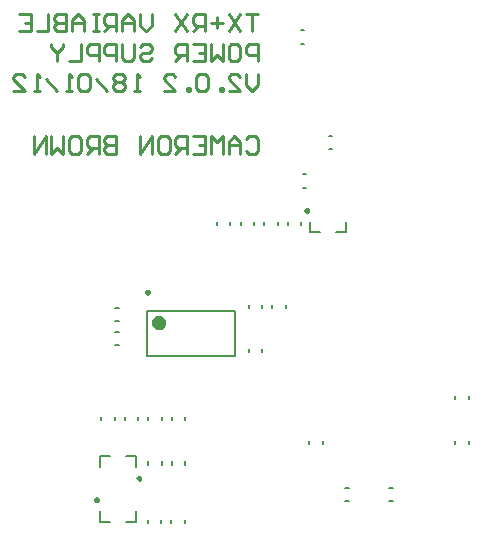
<source format=gbo>
%FSTAX23Y23*%
%MOIN*%
%SFA1B1*%

%IPPOS*%
%ADD36C,0.009843*%
%ADD37C,0.023622*%
%ADD38C,0.007874*%
%LNv2-1*%
%LPD*%
G54D36*
X0278Y03952D02*
D01*
X0278Y03953*
X0278Y03953*
X0278Y03953*
X0278Y03954*
X02779Y03954*
X02779Y03954*
X02779Y03955*
X02779Y03955*
X02779Y03955*
X02779Y03955*
X02778Y03956*
X02778Y03956*
X02778Y03956*
X02778Y03956*
X02777Y03957*
X02777Y03957*
X02777Y03957*
X02776Y03957*
X02776Y03957*
X02776Y03957*
X02775Y03957*
X02775Y03957*
X02775*
X02774Y03957*
X02774Y03957*
X02774Y03957*
X02773Y03957*
X02773Y03957*
X02773Y03957*
X02772Y03957*
X02772Y03956*
X02772Y03956*
X02772Y03956*
X02771Y03956*
X02771Y03955*
X02771Y03955*
X02771Y03955*
X0277Y03955*
X0277Y03954*
X0277Y03954*
X0277Y03954*
X0277Y03953*
X0277Y03953*
X0277Y03953*
X0277Y03952*
X0277Y03952*
X0277Y03952*
X0277Y03951*
X0277Y03951*
X0277Y03951*
X0277Y0395*
X0277Y0395*
X02771Y0395*
X02771Y03949*
X02771Y03949*
X02771Y03949*
X02772Y03949*
X02772Y03948*
X02772Y03948*
X02772Y03948*
X02773Y03948*
X02773Y03948*
X02773Y03948*
X02774Y03948*
X02774Y03947*
X02774Y03947*
X02775Y03947*
X02775*
X02775Y03947*
X02776Y03947*
X02776Y03948*
X02776Y03948*
X02777Y03948*
X02777Y03948*
X02777Y03948*
X02778Y03948*
X02778Y03948*
X02778Y03949*
X02778Y03949*
X02779Y03949*
X02779Y03949*
X02779Y0395*
X02779Y0395*
X02779Y0395*
X02779Y03951*
X0278Y03951*
X0278Y03951*
X0278Y03952*
X0278Y03952*
X0278Y03952*
X02752Y03332D02*
D01*
X02752Y03333*
X02752Y03333*
X02752Y03333*
X02752Y03334*
X02752Y03334*
X02752Y03334*
X02752Y03335*
X02752Y03335*
X02751Y03335*
X02751Y03335*
X02751Y03336*
X02751Y03336*
X0275Y03336*
X0275Y03336*
X0275Y03336*
X0275Y03337*
X02749Y03337*
X02749Y03337*
X02749Y03337*
X02748Y03337*
X02748Y03337*
X02748Y03337*
X02747*
X02747Y03337*
X02747Y03337*
X02746Y03337*
X02746Y03337*
X02746Y03337*
X02745Y03337*
X02745Y03336*
X02745Y03336*
X02744Y03336*
X02744Y03336*
X02744Y03336*
X02744Y03335*
X02743Y03335*
X02743Y03335*
X02743Y03335*
X02743Y03334*
X02743Y03334*
X02743Y03334*
X02743Y03333*
X02742Y03333*
X02742Y03333*
X02742Y03332*
X02742Y03332*
X02742Y03332*
X02743Y03331*
X02743Y03331*
X02743Y03331*
X02743Y0333*
X02743Y0333*
X02743Y0333*
X02743Y03329*
X02744Y03329*
X02744Y03329*
X02744Y03329*
X02744Y03328*
X02745Y03328*
X02745Y03328*
X02745Y03328*
X02746Y03328*
X02746Y03328*
X02746Y03327*
X02747Y03327*
X02747Y03327*
X02747Y03327*
X02748*
X02748Y03327*
X02748Y03327*
X02749Y03327*
X02749Y03328*
X02749Y03328*
X0275Y03328*
X0275Y03328*
X0275Y03328*
X0275Y03328*
X02751Y03329*
X02751Y03329*
X02751Y03329*
X02751Y03329*
X02752Y0333*
X02752Y0333*
X02752Y0333*
X02752Y03331*
X02752Y03331*
X02752Y03331*
X02752Y03332*
X02752Y03332*
X02752Y03332*
X03312Y04224D02*
D01*
X03312Y04224*
X03312Y04224*
X03311Y04225*
X03311Y04225*
X03311Y04225*
X03311Y04226*
X03311Y04226*
X03311Y04226*
X03311Y04227*
X0331Y04227*
X0331Y04227*
X0331Y04227*
X0331Y04228*
X03309Y04228*
X03309Y04228*
X03309Y04228*
X03308Y04228*
X03308Y04228*
X03308Y04229*
X03307Y04229*
X03307Y04229*
X03307Y04229*
X03306*
X03306Y04229*
X03306Y04229*
X03305Y04229*
X03305Y04228*
X03305Y04228*
X03304Y04228*
X03304Y04228*
X03304Y04228*
X03304Y04228*
X03303Y04227*
X03303Y04227*
X03303Y04227*
X03303Y04227*
X03302Y04226*
X03302Y04226*
X03302Y04226*
X03302Y04225*
X03302Y04225*
X03302Y04225*
X03302Y04224*
X03302Y04224*
X03302Y04224*
X03302Y04223*
X03302Y04223*
X03302Y04223*
X03302Y04222*
X03302Y04222*
X03302Y04222*
X03302Y04221*
X03302Y04221*
X03303Y04221*
X03303Y04221*
X03303Y0422*
X03303Y0422*
X03304Y0422*
X03304Y0422*
X03304Y0422*
X03304Y04219*
X03305Y04219*
X03305Y04219*
X03305Y04219*
X03306Y04219*
X03306Y04219*
X03306Y04219*
X03307*
X03307Y04219*
X03307Y04219*
X03308Y04219*
X03308Y04219*
X03308Y04219*
X03309Y04219*
X03309Y0422*
X03309Y0422*
X0331Y0422*
X0331Y0422*
X0331Y0422*
X0331Y04221*
X03311Y04221*
X03311Y04221*
X03311Y04221*
X03311Y04222*
X03311Y04222*
X03311Y04222*
X03311Y04223*
X03312Y04223*
X03312Y04223*
X03312Y04224*
X02611Y03259D02*
D01*
X02611Y03259*
X02611Y03259*
X0261Y0326*
X0261Y0326*
X0261Y0326*
X0261Y03261*
X0261Y03261*
X0261Y03261*
X0261Y03262*
X02609Y03262*
X02609Y03262*
X02609Y03262*
X02609Y03263*
X02608Y03263*
X02608Y03263*
X02608Y03263*
X02607Y03263*
X02607Y03263*
X02607Y03264*
X02606Y03264*
X02606Y03264*
X02606Y03264*
X02605*
X02605Y03264*
X02605Y03264*
X02604Y03264*
X02604Y03263*
X02604Y03263*
X02603Y03263*
X02603Y03263*
X02603Y03263*
X02603Y03263*
X02602Y03262*
X02602Y03262*
X02602Y03262*
X02602Y03262*
X02601Y03261*
X02601Y03261*
X02601Y03261*
X02601Y0326*
X02601Y0326*
X02601Y0326*
X02601Y03259*
X02601Y03259*
X02601Y03259*
X02601Y03258*
X02601Y03258*
X02601Y03258*
X02601Y03257*
X02601Y03257*
X02601Y03257*
X02601Y03256*
X02601Y03256*
X02602Y03256*
X02602Y03256*
X02602Y03255*
X02602Y03255*
X02603Y03255*
X02603Y03255*
X02603Y03255*
X02603Y03254*
X02604Y03254*
X02604Y03254*
X02604Y03254*
X02605Y03254*
X02605Y03254*
X02605Y03254*
X02606*
X02606Y03254*
X02606Y03254*
X02607Y03254*
X02607Y03254*
X02607Y03254*
X02608Y03254*
X02608Y03255*
X02608Y03255*
X02609Y03255*
X02609Y03255*
X02609Y03255*
X02609Y03256*
X0261Y03256*
X0261Y03256*
X0261Y03256*
X0261Y03257*
X0261Y03257*
X0261Y03257*
X0261Y03258*
X02611Y03258*
X02611Y03258*
X02611Y03259*
X03105Y04462D02*
X03114Y04472D01*
X03134*
X03144Y04462*
Y04422*
X03134Y04412*
X03114*
X03105Y04422*
X03085Y04412D02*
Y04452D01*
X03065Y04472*
X03046Y04452*
Y04412*
Y04442*
X03085*
X03026Y04412D02*
Y04472D01*
X03006Y04452*
X02987Y04472*
Y04412*
X02928Y04472D02*
X02967D01*
Y04412*
X02928*
X02967Y04442D02*
X02947D01*
X02908Y04412D02*
Y04472D01*
X02878*
X02868Y04462*
Y04442*
X02878Y04432*
X02908*
X02888D02*
X02868Y04412D01*
X02819Y04472D02*
X02839D01*
X02849Y04462*
Y04422*
X02839Y04412*
X02819*
X02809Y04422*
Y04462*
X02819Y04472*
X0279Y04412D02*
Y04472D01*
X0275Y04412*
Y04472*
X02672D02*
Y04412D01*
X02642*
X02632Y04422*
Y04432*
X02642Y04442*
X02672*
X02642*
X02632Y04452*
Y04462*
X02642Y04472*
X02672*
X02613Y04412D02*
Y04472D01*
X02583*
X02573Y04462*
Y04442*
X02583Y04432*
X02613*
X02593D02*
X02573Y04412D01*
X02524Y04472D02*
X02544D01*
X02554Y04462*
Y04422*
X02544Y04412*
X02524*
X02514Y04422*
Y04462*
X02524Y04472*
X02495D02*
Y04412D01*
X02475Y04432*
X02455Y04412*
Y04472*
X02436Y04412D02*
Y04472D01*
X02396Y04412*
Y04472*
X03144Y0488D02*
X03105D01*
X03124*
Y04821*
X03085Y0488D02*
X03046Y04821D01*
Y0488D02*
X03085Y04821D01*
X03026Y0485D02*
X02987D01*
X03006Y0487D02*
Y04831D01*
X02967Y04821D02*
Y0488D01*
X02937*
X02928Y0487*
Y0485*
X02937Y0484*
X02967*
X02947D02*
X02928Y04821D01*
X02908Y0488D02*
X02868Y04821D01*
Y0488D02*
X02908Y04821D01*
X0279Y0488D02*
Y0484D01*
X0277Y04821*
X0275Y0484*
Y0488*
X02731Y04821D02*
Y0486D01*
X02711Y0488*
X02691Y0486*
Y04821*
Y0485*
X02731*
X02672Y04821D02*
Y0488D01*
X02642*
X02632Y0487*
Y0485*
X02642Y0484*
X02672*
X02652D02*
X02632Y04821D01*
X02613Y0488D02*
X02593D01*
X02603*
Y04821*
X02613*
X02593*
X02563D02*
Y0486D01*
X02544Y0488*
X02524Y0486*
Y04821*
Y0485*
X02563*
X02504Y0488D02*
Y04821D01*
X02475*
X02465Y04831*
Y0484*
X02475Y0485*
X02504*
X02475*
X02465Y0486*
Y0487*
X02475Y0488*
X02504*
X02445D02*
Y04821D01*
X02406*
X02347Y0488D02*
X02386D01*
Y04821*
X02347*
X02386Y0485D02*
X02367D01*
X03144Y04721D02*
Y0478D01*
X03114*
X03105Y0477*
Y0475*
X03114Y04741*
X03144*
X03055Y0478D02*
X03075D01*
X03085Y0477*
Y04731*
X03075Y04721*
X03055*
X03046Y04731*
Y0477*
X03055Y0478*
X03026D02*
Y04721D01*
X03006Y04741*
X02987Y04721*
Y0478*
X02928D02*
X02967D01*
Y04721*
X02928*
X02967Y0475D02*
X02947D01*
X02908Y04721D02*
Y0478D01*
X02878*
X02868Y0477*
Y0475*
X02878Y04741*
X02908*
X02888D02*
X02868Y04721D01*
X0275Y0477D02*
X0276Y0478D01*
X0278*
X0279Y0477*
Y0476*
X0278Y0475*
X0276*
X0275Y04741*
Y04731*
X0276Y04721*
X0278*
X0279Y04731*
X02731Y0478D02*
Y04731D01*
X02721Y04721*
X02701*
X02691Y04731*
Y0478*
X02672Y04721D02*
Y0478D01*
X02642*
X02632Y0477*
Y0475*
X02642Y04741*
X02672*
X02613Y04721D02*
Y0478D01*
X02583*
X02573Y0477*
Y0475*
X02583Y04741*
X02613*
X02554Y0478D02*
Y04721D01*
X02514*
X02495Y0478D02*
Y0477D01*
X02475Y0475*
X02455Y0477*
Y0478*
X02475Y0475D02*
Y04721D01*
X03144Y0468D02*
Y04641D01*
X03124Y04621*
X03105Y04641*
Y0468*
X03046Y04621D02*
X03085D01*
X03046Y04661*
Y0467*
X03055Y0468*
X03075*
X03085Y0467*
X03026Y04621D02*
Y04631D01*
X03016*
Y04621*
X03026*
X02977Y0467D02*
X02967Y0468D01*
X02947*
X02937Y0467*
Y04631*
X02947Y04621*
X02967*
X02977Y04631*
Y0467*
X02918Y04621D02*
Y04631D01*
X02908*
Y04621*
X02918*
X02829D02*
X02868D01*
X02829Y04661*
Y0467*
X02839Y0468*
X02859*
X02868Y0467*
X0275Y04621D02*
X02731D01*
X02741*
Y0468*
X0275Y0467*
X02701D02*
X02691Y0468D01*
X02672*
X02662Y0467*
Y04661*
X02672Y04651*
X02662Y04641*
Y04631*
X02672Y04621*
X02691*
X02701Y04631*
Y04641*
X02691Y04651*
X02701Y04661*
Y0467*
X02691Y04651D02*
X02672D01*
X02642Y04621D02*
X02603Y04661D01*
X02583Y0467D02*
X02573Y0468D01*
X02554*
X02544Y0467*
Y04631*
X02554Y04621*
X02573*
X02583Y04631*
Y0467*
X02524Y04621D02*
X02504D01*
X02514*
Y0468*
X02524Y0467*
X02475Y04621D02*
X02436Y04661D01*
X02416Y04621D02*
X02396D01*
X02406*
Y0468*
X02416Y0467*
X02327Y04621D02*
X02367D01*
X02327Y04661*
Y0467*
X02337Y0468*
X02357*
X02367Y0467*
G54D37*
X02824Y0385D02*
D01*
X02824Y03851*
X02824Y03852*
X02824Y03852*
X02824Y03853*
X02823Y03854*
X02823Y03855*
X02823Y03855*
X02822Y03856*
X02822Y03857*
X02821Y03858*
X02821Y03858*
X0282Y03859*
X0282Y03859*
X02819Y0386*
X02818Y0386*
X02817Y03861*
X02817Y03861*
X02816Y03861*
X02815Y03861*
X02814Y03862*
X02813Y03862*
X02813Y03862*
X02812*
X02811Y03862*
X0281Y03862*
X02809Y03861*
X02809Y03861*
X02808Y03861*
X02807Y03861*
X02806Y0386*
X02806Y0386*
X02805Y03859*
X02804Y03859*
X02804Y03858*
X02803Y03858*
X02803Y03857*
X02802Y03856*
X02802Y03855*
X02801Y03855*
X02801Y03854*
X02801Y03853*
X02801Y03852*
X02801Y03852*
X028Y03851*
X028Y0385*
X028Y03849*
X02801Y03848*
X02801Y03847*
X02801Y03847*
X02801Y03846*
X02801Y03845*
X02802Y03844*
X02802Y03844*
X02803Y03843*
X02803Y03842*
X02804Y03842*
X02804Y03841*
X02805Y03841*
X02806Y0384*
X02806Y0384*
X02807Y03839*
X02808Y03839*
X02809Y03839*
X02809Y03838*
X0281Y03838*
X02811Y03838*
X02812Y03838*
X02813*
X02813Y03838*
X02814Y03838*
X02815Y03838*
X02816Y03839*
X02817Y03839*
X02817Y03839*
X02818Y0384*
X02819Y0384*
X0282Y03841*
X0282Y03841*
X02821Y03842*
X02821Y03842*
X02822Y03843*
X02822Y03844*
X02823Y03844*
X02823Y03845*
X02823Y03846*
X02824Y03847*
X02824Y03847*
X02824Y03848*
X02824Y03849*
X02824Y0385*
G54D38*
X03068Y0374D02*
Y03889D01*
X02773Y0374D02*
Y03889D01*
Y0374D02*
X03068D01*
X02773Y03889D02*
X03068D01*
X03359Y03446D02*
Y03457D01*
X03314Y03446D02*
Y03457D01*
X03582Y03254D02*
X03593D01*
X03582Y03299D02*
X03593D01*
X03846Y03446D02*
Y03457D01*
X03801Y03446D02*
Y03457D01*
Y03594D02*
Y03605D01*
X03846Y03594D02*
Y03605D01*
X03293Y04299D02*
X03304D01*
X03293Y04344D02*
X03304D01*
X03435Y03299D02*
X03446D01*
X03435Y03254D02*
X03446D01*
X03381Y04428D02*
X03392D01*
X03381Y04473D02*
X03392D01*
X03237Y03898D02*
Y03909D01*
X03192Y03898D02*
Y03909D01*
X03286Y0478D02*
X03297D01*
X03286Y04825D02*
X03297D01*
X027Y03524D02*
Y03535D01*
X02745Y03524D02*
Y03535D01*
X02667Y03524D02*
Y03535D01*
X02622Y03524D02*
Y03535D01*
X02668Y03899D02*
X02679D01*
X02668Y03854D02*
X02679D01*
X03131Y04176D02*
Y04187D01*
X03086Y04176D02*
Y04187D01*
X03007Y04176D02*
Y04187D01*
X03052Y04176D02*
Y04187D01*
X03113Y03898D02*
Y03909D01*
X03158Y03898D02*
Y03909D01*
Y03751D02*
Y03762D01*
X03113Y03751D02*
Y03762D01*
X02856Y03524D02*
Y03535D01*
X02901Y03524D02*
Y03535D01*
X02778Y03524D02*
Y03535D01*
X02823Y03524D02*
Y03535D01*
X02778Y03377D02*
Y03388D01*
X02823Y03377D02*
Y03388D01*
X02856Y03377D02*
Y03388D01*
X02901Y03377D02*
Y03388D01*
X03209Y04176D02*
Y04187D01*
X03164Y04176D02*
Y04187D01*
X02821Y03182D02*
Y03193D01*
X02776Y03182D02*
Y03193D01*
X02617Y03404D02*
X02649D01*
X02617Y03369D02*
Y03404D01*
X02704D02*
X02736D01*
Y03369D02*
Y03404D01*
X03405Y04152D02*
X03437D01*
Y04187*
X03318Y04152D02*
X0335D01*
X03318D02*
Y04187D01*
X02704Y03187D02*
X02736D01*
Y03222*
X02617Y03187D02*
X02649D01*
X02617D02*
Y03222D01*
X02668Y0382D02*
X02679D01*
X02668Y03775D02*
X02679D01*
X03288Y04175D02*
Y04186D01*
X03243Y04175D02*
Y04186D01*
X02899Y03182D02*
Y03193D01*
X02854Y03182D02*
Y03193D01*
M02*
</source>
